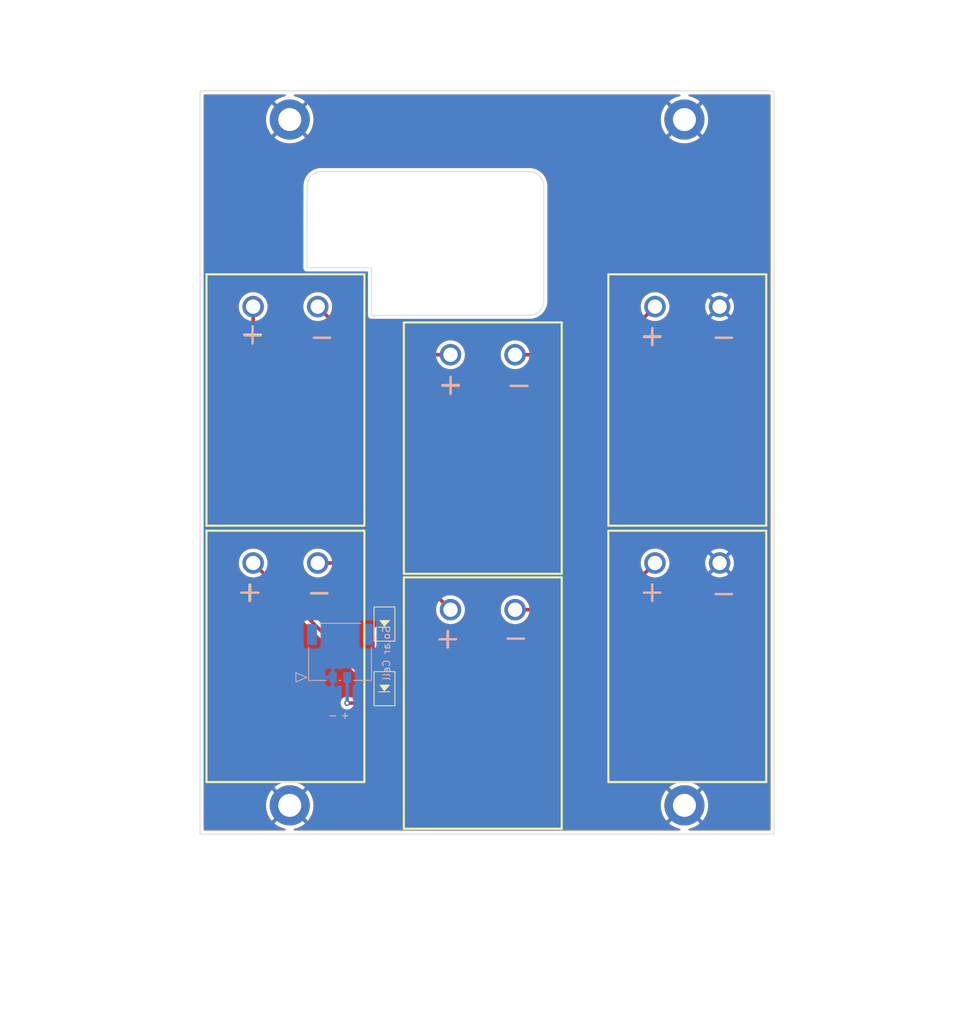
<source format=kicad_pcb>
(kicad_pcb (version 20211014) (generator pcbnew)
  (title_block (title "Solar Cell PCB (USB side)") (date "2023-01-03") (rev "3"))
  (layers (0 "F.Cu" signal) (31 "B.Cu" signal) (34 "B.Paste" user) (35 "F.Paste" user) (36 "B.SilkS" user "B.Silkscreen") (37 "F.SilkS" user "F.Silkscreen") (38 "B.Mask" user) (39 "F.Mask" user) (44 "Edge.Cuts" user))
  (net 0 "")
  (net 1 "GND")
  (net 2 "Net-(SC1-Pad2)")
  (net 3 "Net-(D1-Pad2)")
  (net 4 "Net-(D2-Pad2)")
  (net 5 "Net-(SC2-Pad2)")
  (net 6 "Net-(SC4-Pad2)")
  (net 7 "Net-(SC5-Pad2)")
  (net 8 "VSOLAR")
  (footprint "MountingHole:MountingHole_3.2mm_M3_DIN965_Pad" (layer "F.Cu") (at 84.6 42.75)
    (fp_text reference "H1")
    (fp_text value "MountingHole_Pad")
    (pad "1" thru_hole circle (at 0 0) (size 5.6 5.6) (drill 3.2) (layers *.Cu *.Mask) (net 1 "GND"))
  )
  (footprint "ISP:SM101K07TF" (layer "F.Cu") (at 84.5 117.5 90)
    (fp_text reference "SC1")
    (fp_text value "SM101K07TF")
    (fp_text user "+" (at 8.85 -5.63 90) (layer "B.SilkS") (effects (font (size 3 3) (thickness 0.3)) (justify mirror)))
    (fp_line (start 17.5 10.5) (end -17.5 10.5) (layer "F.SilkS") (width 0.3))
    (fp_line (start -17.5 10.5) (end -17.5 -11.5) (layer "F.SilkS") (width 0.3))
    (fp_line (start -17.5 -11.5) (end 17.5 -11.5) (layer "F.SilkS") (width 0.3))
    (fp_line (start 17.5 -11.5) (end 17.5 10.5) (layer "F.SilkS") (width 0.3))
    (pad "1" thru_hole circle (at 13 -5 90) (size 3 3) (drill 2) (layers *.Mask "F.Cu" "In1.Cu" "B.Cu") (net 3 "Net-(D1-Pad2)"))
    (pad "2" thru_hole circle (at 13 4 90) (size 3 3) (drill 2) (layers *.Mask "F.Cu" "In1.Cu" "B.Cu") (net 2 "Net-(SC1-Pad2)"))
  )
  (footprint "ISP:SM101K07TF" (layer "F.Cu") (at 140.5 117.5 90)
    (fp_text reference "SC3")
    (fp_text value "SM101K07TF")
    (fp_text user "+" (at 8.89 -5.62 90) (layer "B.SilkS") (effects (font (size 3 3) (thickness 0.3))))
    (fp_text user "-" (at 8.89 4.58) (layer "F.SilkS") (effects (font (size 3 3) (thickness 0.3))))
    (fp_line (start 17.5 -11.5) (end 17.5 10.5) (layer "F.SilkS") (width 0.3))
    (fp_line (start -17.5 10.5) (end -17.5 -11.5) (layer "F.SilkS") (width 0.3))
    (fp_line (start 17.5 10.5) (end -17.5 10.5) (layer "F.SilkS") (width 0.3))
    (fp_line (start -17.5 -11.5) (end 17.5 -11.5) (layer "F.SilkS") (width 0.3))
    (pad "1" thru_hole circle (at 13 -5 90) (size 3 3) (drill 2) (layers *.Mask "F.Cu" "In1.Cu" "B.Cu") (net 5 "Net-(SC2-Pad2)"))
    (pad "2" thru_hole circle (at 13 4 90) (size 3 3) (drill 2) (layers *.Mask "F.Cu" "In1.Cu" "B.Cu") (net 1 "GND"))
  )
  (footprint "ISP:DO-214AC" (layer "F.Cu") (at 97.8 113 90)
    (fp_text reference "D2")
    (fp_text value "CDBA240LL-HF")
    (fp_line (start -2.375 -1.45) (end 2.375 -1.45) (layer "F.SilkS") (width 0.12))
    (fp_line (start -2.375 1.45) (end 2.375 1.45) (layer "F.SilkS") (width 0.12))
    (fp_line (start -2.375 1.45) (end -2.375 -1.45) (layer "F.SilkS") (width 0.12))
    (fp_line (start 2.375 1.45) (end 2.375 -1.45) (layer "F.SilkS") (width 0.12))
    (fp_line (start -0.4318 -0.8128) (end -0.4318 0.7366) (layer "F.SilkS") (width 0.12))
    (fp_poly (pts (xy 0.508 0.7112) (xy -0.3048 -0.0254) (xy 0.508 -0.635)) (layer "F.SilkS") (width 0.1) (fill solid))
    (pad "1" smd rect (at -2 0 90) (size 2.5 1.7) (layers "F.Cu" "F.Paste" "F.Mask") (net 8 "VSOLAR"))
    (pad "2" smd rect (at 2 0 90) (size 2.5 1.7) (layers "F.Cu" "F.Paste" "F.Mask") (net 4 "Net-(D2-Pad2)"))
  )
  (footprint "MountingHole:MountingHole_3.2mm_M3_DIN965_Pad" (layer "F.Cu") (at 139.6 138.25)
    (fp_text reference "H7")
    (fp_text value "MountingHole_Pad")
    (pad "1" thru_hole circle (at 0 0) (size 5.6 5.6) (drill 3.2) (layers *.Cu *.Mask) (net 1 "GND"))
  )
  (footprint "ISP:SM101K07TF" (layer "F.Cu") (at 112 88.5 90)
    (fp_text reference "SC5")
    (fp_text value "SM101K07TF")
    (fp_text user "+" (at 8.8 -5.2 90) (layer "B.SilkS") (effects (font (size 3 3) (thickness 0.3))))
    (fp_text user "-" (at 8.89 4.58) (layer "F.SilkS") (effects (font (size 3 3) (thickness 0.3))))
    (fp_line (start -17.5 -11.5) (end 17.5 -11.5) (layer "F.SilkS") (width 0.3))
    (fp_line (start 17.5 -11.5) (end 17.5 10.5) (layer "F.SilkS") (width 0.3))
    (fp_line (start -17.5 10.5) (end -17.5 -11.5) (layer "F.SilkS") (width 0.3))
    (fp_line (start 17.5 10.5) (end -17.5 10.5) (layer "F.SilkS") (width 0.3))
    (pad "1" thru_hole circle (at 13 -5 90) (size 3 3) (drill 2) (layers *.Mask "F.Cu" "In1.Cu" "B.Cu") (net 6 "Net-(SC4-Pad2)"))
    (pad "2" thru_hole circle (at 13 4 90) (size 3 3) (drill 2) (layers *.Mask "F.Cu" "In1.Cu" "B.Cu") (net 7 "Net-(SC5-Pad2)"))
  )
  (footprint "ISP:SM101K07TF" (layer "F.Cu") (at 112 124 90)
    (fp_text reference "SC2")
    (fp_text value "SM101K07TF")
    (fp_text user "+" (at 8.9 -5.56 90) (layer "B.SilkS") (effects (font (size 3 3) (thickness 0.3))))
    (fp_line (start -17.5 10.5) (end -17.5 -11.5) (layer "F.SilkS") (width 0.3))
    (fp_line (start 17.5 10.5) (end -17.5 10.5) (layer "F.SilkS") (width 0.3))
    (fp_line (start 17.5 -11.5) (end 17.5 10.5) (layer "F.SilkS") (width 0.3))
    (fp_line (start -17.5 -11.5) (end 17.5 -11.5) (layer "F.SilkS") (width 0.3))
    (pad "1" thru_hole circle (at 13 -5 90) (size 3 3) (drill 2) (layers *.Mask "F.Cu" "In1.Cu" "B.Cu") (net 2 "Net-(SC1-Pad2)"))
    (pad "2" thru_hole circle (at 13 4 90) (size 3 3) (drill 2) (layers *.Mask "F.Cu" "In1.Cu" "B.Cu") (net 5 "Net-(SC2-Pad2)"))
  )
  (footprint "ISP:DO-214AC" (layer "F.Cu") (at 97.8 122 90)
    (fp_text reference "D1")
    (fp_text value "CDBA240LL-HF")
    (fp_line (start -0.4318 -0.8128) (end -0.4318 0.7366) (layer "F.SilkS") (width 0.12))
    (fp_line (start -2.375 1.45) (end 2.375 1.45) (layer "F.SilkS") (width 0.12))
    (fp_line (start -2.375 -1.45) (end 2.375 -1.45) (layer "F.SilkS") (width 0.12))
    (fp_line (start -2.375 1.45) (end -2.375 -1.45) (layer "F.SilkS") (width 0.12))
    (fp_line (start 2.375 1.45) (end 2.375 -1.45) (layer "F.SilkS") (width 0.12))
    (fp_poly (pts (xy 0.508 0.7112) (xy -0.3048 -0.0254) (xy 0.508 -0.635)) (layer "F.SilkS") (width 0.1) (fill solid))
    (pad "1" smd rect (at -2 0 90) (size 2.5 1.7) (layers "F.Cu" "F.Paste" "F.Mask") (net 8 "VSOLAR"))
    (pad "2" smd rect (at 2 0 90) (size 2.5 1.7) (layers "F.Cu" "F.Paste" "F.Mask") (net 3 "Net-(D1-Pad2)"))
  )
  (footprint "MountingHole:MountingHole_3.2mm_M3_DIN965_Pad" (layer "F.Cu") (at 84.6 138.25)
    (fp_text reference "H5")
    (fp_text value "MountingHole_Pad")
    (pad "1" thru_hole circle (at 0 0) (size 5.6 5.6) (drill 3.2) (layers *.Cu *.Mask) (net 1 "GND"))
  )
  (footprint "ISP:SM101K07TF" (layer "F.Cu") (at 84.5 81.8 90)
    (fp_text reference "SC4")
    (fp_text value "SM101K07TF")
    (fp_text user "-" (at 8.89 4.6 180) (layer "B.SilkS") (effects (font (size 3 3) (thickness 0.3)) (justify mirror)))
    (fp_text user "+" (at 9.1 -5.3 90) (layer "F.SilkS") (effects (font (size 3 3) (thickness 0.3))))
    (fp_line (start 17.5 10.5) (end -17.5 10.5) (layer "F.SilkS") (width 0.3))
    (fp_line (start -17.5 -11.5) (end 17.5 -11.5) (layer "F.SilkS") (width 0.3))
    (fp_line (start -17.5 10.5) (end -17.5 -11.5) (layer "F.SilkS") (width 0.3))
    (fp_line (start 17.5 -11.5) (end 17.5 10.5) (layer "F.SilkS") (width 0.3))
    (pad "1" thru_hole circle (at 13 -5 90) (size 3 3) (drill 2) (layers *.Mask "F.Cu" "In1.Cu" "B.Cu") (net 4 "Net-(D2-Pad2)"))
    (pad "2" thru_hole circle (at 13 4 90) (size 3 3) (drill 2) (layers *.Mask "F.Cu" "In1.Cu" "B.Cu") (net 6 "Net-(SC4-Pad2)"))
  )
  (footprint "MountingHole:MountingHole_3.2mm_M3_DIN965_Pad" (layer "F.Cu") (at 139.6 42.75)
    (fp_text reference "H4")
    (fp_text value "MountingHole_Pad")
    (pad "1" thru_hole circle (at 0 0) (size 5.6 5.6) (drill 3.2) (layers *.Cu *.Mask) (net 1 "GND"))
  )
  (footprint "ISP:SM101K07TF" (layer "F.Cu") (at 140.5 81.8 90)
    (fp_text reference "SC6")
    (fp_text value "SM101K07TF")
    (fp_text user "-" (at 8.89 4.58) (layer "B.SilkS") (effects (font (size 3 3) (thickness 0.3)) (justify mirror)))
    (fp_text user "+" (at 8.89 -5.58 90) (layer "B.SilkS") (effects (font (size 3 3) (thickness 0.3))))
    (fp_line (start -17.5 -11.5) (end 17.5 -11.5) (layer "F.SilkS") (width 0.3))
    (fp_line (start 17.5 -11.5) (end 17.5 10.5) (layer "F.SilkS") (width 0.3))
    (fp_line (start 17.5 10.5) (end -17.5 10.5) (layer "F.SilkS") (width 0.3))
    (fp_line (start -17.5 10.5) (end -17.5 -11.5) (layer "F.SilkS") (width 0.3))
    (pad "1" thru_hole circle (at 13 -5 90) (size 3 3) (drill 2) (layers *.Mask "F.Cu" "In1.Cu" "B.Cu") (net 7 "Net-(SC5-Pad2)"))
    (pad "2" thru_hole circle (at 13 4 90) (size 3 3) (drill 2) (layers *.Mask "F.Cu" "In1.Cu" "B.Cu") (net 1 "GND"))
  )
  (footprint "Molex_PicoLock_2p_2mm_2053380002:2053380002" (layer "B.Cu") (at 90.605 120.42 180)
    (fp_text reference "J1")
    (fp_text value "Solar Cell" (at -7.475 3.34 270) (layer "B.SilkS") (effects (justify mirror)))
    (fp_line (start 3.628992 0) (end 5.152992 0.635) (layer "B.SilkS") (width 0.12))
    (fp_line (start -5.374991 4.20496) (end -5.374991 -0.425) (layer "B.SilkS") (width 0.12))
    (fp_line (start -5.374991 -0.425) (end -2.870041 -0.425) (layer "B.SilkS") (width 0.12))
    (fp_line (start 3.374992 -0.425) (end 3.374992 4.20496) (layer "B.SilkS") (width 0.12))
    (fp_line (start 5.152992 0.635) (end 5.152992 -0.635) (layer "B.SilkS") (width 0.12))
    (fp_line (start -1.129961 -0.425) (end -0.87004 -0.425) (layer "B.SilkS") (width 0.12))
    (fp_line (start 5.152992 -0.635) (end 3.628992 0) (layer "B.SilkS") (width 0.12))
    (fp_line (start 0.87004 -0.425) (end 3.374992 -0.425) (layer "B.SilkS") (width 0.12))
    (fp_line (start 1.915982 7.525) (end -3.915981 7.525) (layer "B.SilkS") (width 0.12))
    (pad "1" smd rect (at 0 0 180) (size 1.1 1.45) (layers "B.Cu" "B.Paste" "B.Mask") (net 1 "GND"))
    (pad "2" smd rect (at -2.000001 0 180) (size 1.1 1.45) (layers "B.Cu" "B.Paste" "B.Mask") (net 8 "VSOLAR"))
    (pad "3" smd rect (at 2.894998 5.974999 180) (size 1.35 2.899999) (layers "B.Cu" "B.Paste" "B.Mask"))
    (pad "4" smd rect (at -4.894997 5.974999 180) (size 1.35 2.899999) (layers "B.Cu" "B.Paste" "B.Mask"))
  )
  (gr_line (start 143.6 38.75) (end 152.1 38.75) (layer "Edge.Cuts") (width 0.1))
  (gr_line (start 96 70) (end 96 63.4) (layer "Edge.Cuts") (width 0.1))
  (gr_line (start 80.6 142.25) (end 88.6 142.25) (layer "Edge.Cuts") (width 0.1))
  (gr_line (start 135.6 142.25) (end 88.6 142.25) (layer "Edge.Cuts") (width 0.1))
  (gr_line (start 80.65 38.75) (end 88.65 38.75) (layer "Edge.Cuts") (width 0.1))
  (gr_line (start 135.6 38.75) (end 143.6 38.75) (layer "Edge.Cuts") (width 0.1))
  (gr_line (start 152.1 38.75) (end 152.1 142.25) (layer "Edge.Cuts") (width 0.1))
  (gr_line (start 80.6 142.25) (end 72.1 142.25) (layer "Edge.Cuts") (width 0.1))
  (gr_line (start 87 63.4) (end 87.019447 52.023594) (layer "Edge.Cuts") (width 0.1))
  (gr_line (start 143.6 142.25) (end 152.1 142.25) (layer "Edge.Cuts") (width 0.1))
  (gr_line (start 96 70) (end 117.99436 70) (layer "Edge.Cuts") (width 0.1))
  (gr_arc (start 120 68.085786) (mid 119.379544 69.443519) (end 117.99436 70) (layer "Edge.Cuts") (width 0.1))
  (gr_arc (start 117.989127 50) (mid 119.403941 50.59946) (end 120 52.01571) (layer "Edge.Cuts") (width 0.1))
  (gr_arc (start 87.019447 52.023594) (mid 87.592593 50.603539) (end 89 50) (layer "Edge.Cuts") (width 0.1))
  (gr_line (start 135.6 142.25) (end 143.6 142.25) (layer "Edge.Cuts") (width 0.1))
  (gr_line (start 120 52.01571) (end 120 68.085786) (layer "Edge.Cuts") (width 0.1))
  (gr_line (start 88.65 38.75) (end 135.6 38.75) (layer "Edge.Cuts") (width 0.1))
  (gr_line (start 89 50) (end 117.989127 50) (layer "Edge.Cuts") (width 0.1))
  (gr_line (start 80.65 38.75) (end 72.1 38.75) (layer "Edge.Cuts") (width 0.1))
  (gr_line (start 72.1 142.25) (end 72.1 38.75) (layer "Edge.Cuts") (width 0.1))
  (gr_line (start 96 63.4) (end 87 63.4) (layer "Edge.Cuts") (width 0.1))
  (gr_text "-" (at 145.1 108.6) (layer "B.SilkS") (effects (font (size 3 3) (thickness 0.3)) (justify mirror)))
  (gr_text "-\n" (at 90.62 125.72) (layer "B.SilkS") (effects (font (size 1 1)) (justify mirror)))
  (gr_text "+" (at 107 79.6) (layer "B.SilkS") (effects (font (size 3 3) (thickness 0.3)) (justify mirror)))
  (gr_text "-" (at 116.5 79.6) (layer "B.SilkS") (effects (font (size 3 3) (thickness 0.3)) (justify mirror)))
  (gr_text "+" (at 79.1 108.4) (layer "B.SilkS") (effects (font (size 3 3) (thickness 0.3)) (justify mirror)))
  (gr_text "+" (at 106.6 114.9) (layer "B.SilkS") (effects (font (size 3 3) (thickness 0.3)) (justify mirror)))
  (gr_text "+" (at 135.1 108.4) (layer "B.SilkS") (effects (font (size 3 3) (thickness 0.3)) (justify mirror)))
  (gr_text "+" (at 92.32 125.7) (layer "B.SilkS") (effects (font (size 1 1)) (justify mirror)))
  (gr_text "+" (at 79.4 72.6) (layer "B.SilkS") (effects (font (size 3 3) (thickness 0.3)) (justify mirror)))
  (gr_text "-" (at 88.7 108.9 180) (layer "B.SilkS") (effects (font (size 3 3) (thickness 0.3)) (justify mirror)))
  (gr_text "+" (at 135.1 72.8) (layer "B.SilkS") (effects (font (size 3 3) (thickness 0.3)) (justify mirror)))
  (gr_text "-" (at 116.1 114.8) (layer "B.SilkS") (effects (font (size 3 3) (thickness 0.3)) (justify mirror)))
  (gr_text "+" (at 106.6 114.9) (layer "F.SilkS") (effects (font (size 3 3) (thickness 0.3))))
  (gr_text "-" (at 145.1 72.9) (layer "F.SilkS") (effects (font (size 3 3) (thickness 0.3))))
  (gr_text "-" (at 88.7 108.5) (layer "F.SilkS") (effects (font (size 3 3) (thickness 0.3))))
  (gr_text "+" (at 107 79.5) (layer "F.SilkS") (effects (font (size 3 3) (thickness 0.3))))
  (gr_text "+" (at 79 108.4) (layer "F.SilkS") (effects (font (size 3 3) (thickness 0.3))))
  (gr_text "-" (at 89.1 72.9) (layer "F.SilkS") (effects (font (size 3 3) (thickness 0.3))))
  (gr_text "+" (at 135.1 72.8) (layer "F.SilkS") (effects (font (size 3 3) (thickness 0.3))))
  (gr_text "+" (at 135.1 108.4) (layer "F.SilkS") (effects (font (size 3 3) (thickness 0.3))))
  (gr_text "-" (at 116.1 114.8) (layer "F.SilkS") (effects (font (size 3 3) (thickness 0.3))))
  (segment (start 88.5 104.5) (end 100.5 104.5) (width 0.5) (layer "F.Cu") (net 2))
  (segment (start 100.5 104.5) (end 107 111) (width 0.5) (layer "F.Cu") (net 2))
  (segment (start 79.5 104.5) (end 95 120) (width 0.5) (layer "F.Cu") (net 3))
  (segment (start 95 120) (end 97.8 120) (width 0.5) (layer "F.Cu") (net 3))
  (segment (start 79.5 100.4) (end 90.1 111) (width 0.5) (layer "F.Cu") (net 4))
  (segment (start 79.5 68.8) (end 79.5 100.4) (width 0.5) (layer "F.Cu") (net 4))
  (segment (start 90.1 111) (end 97.8 111) (width 0.5) (layer "F.Cu") (net 4))
  (segment (start 116 111) (end 129 111) (width 0.5) (layer "F.Cu") (net 5))
  (segment (start 129 111) (end 135.5 104.5) (width 0.5) (layer "F.Cu") (net 5))
  (segment (start 95.2 75.5) (end 107 75.5) (width 0.5) (layer "F.Cu") (net 6))
  (segment (start 88.5 68.8) (end 95.2 75.5) (width 0.5) (layer "F.Cu") (net 6))
  (segment (start 116 75.5) (end 128.8 75.5) (width 0.5) (layer "F.Cu") (net 7))
  (segment (start 128.8 75.5) (end 135.5 68.8) (width 0.5) (layer "F.Cu") (net 7))
  (segment (start 97.8 115) (end 100.6 117.8) (width 0.5) (layer "F.Cu") (net 8))
  (segment (start 100.6 117.8) (end 100.6 121.2) (width 0.5) (layer "F.Cu") (net 8))
  (segment (start 92.6 124) (end 97.8 124) (width 0.5) (layer "F.Cu") (net 8))
  (segment (start 100.6 121.2) (end 97.8 124) (width 0.5) (layer "F.Cu") (net 8))
  (via (at 92.6 124) (size 0.8) (drill 0.4) (layers "F.Cu" "B.Cu") (net 8))
  (segment (start 92.605001 123.994999) (end 92.605001 120.42) (width 0.5) (layer "B.Cu") (net 8))
  (zone (net 1) (net_name "GND") (layers F&B.Cu) (connect_pads (clearance 0.508)) (min_thickness 0.254) (fill yes (thermal_gap 0.508) (thermal_bridge_width 0.508))
    (polygon (pts (xy 153.800938 37.106923) (xy 153.700938 143.006923) (xy 70.400938 143.406923) (xy 70.000938 36.906923)))
  )
)
</source>
